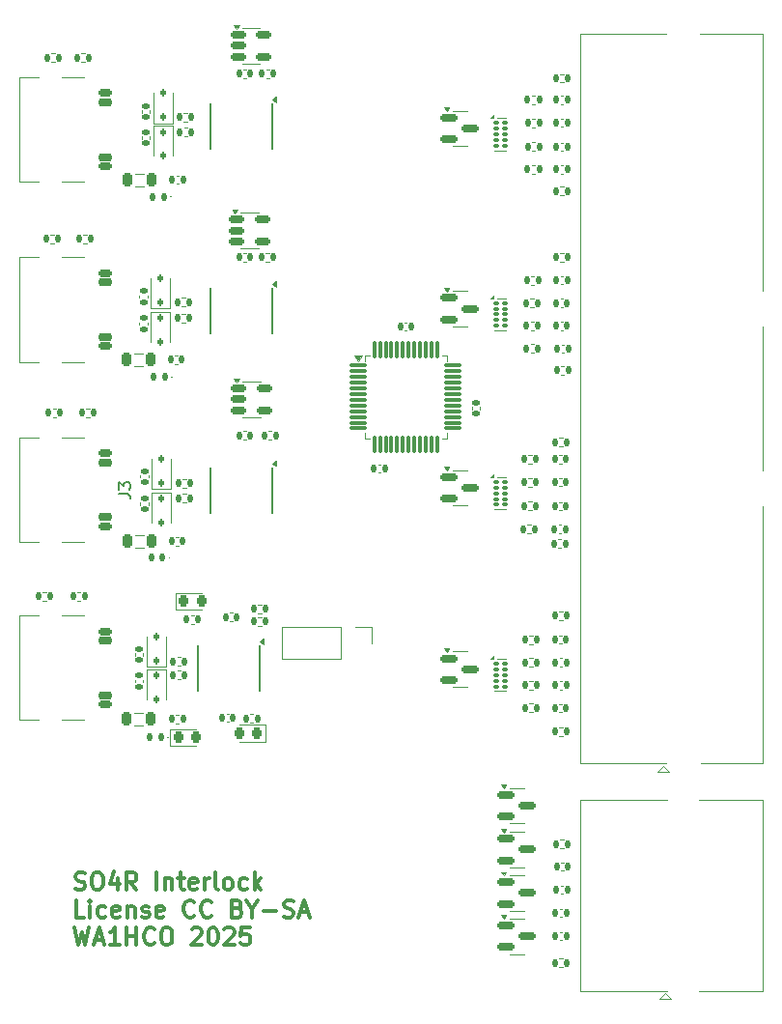
<source format=gbr>
%TF.GenerationSoftware,KiCad,Pcbnew,9.0.3-9.0.3-0~ubuntu24.04.1*%
%TF.CreationDate,2025-07-11T09:40:36-04:00*%
%TF.ProjectId,SO4R_Interlock,534f3452-5f49-46e7-9465-726c6f636b2e,rev?*%
%TF.SameCoordinates,Original*%
%TF.FileFunction,Legend,Top*%
%TF.FilePolarity,Positive*%
%FSLAX46Y46*%
G04 Gerber Fmt 4.6, Leading zero omitted, Abs format (unit mm)*
G04 Created by KiCad (PCBNEW 9.0.3-9.0.3-0~ubuntu24.04.1) date 2025-07-11 09:40:36*
%MOMM*%
%LPD*%
G01*
G04 APERTURE LIST*
G04 Aperture macros list*
%AMRoundRect*
0 Rectangle with rounded corners*
0 $1 Rounding radius*
0 $2 $3 $4 $5 $6 $7 $8 $9 X,Y pos of 4 corners*
0 Add a 4 corners polygon primitive as box body*
4,1,4,$2,$3,$4,$5,$6,$7,$8,$9,$2,$3,0*
0 Add four circle primitives for the rounded corners*
1,1,$1+$1,$2,$3*
1,1,$1+$1,$4,$5*
1,1,$1+$1,$6,$7*
1,1,$1+$1,$8,$9*
0 Add four rect primitives between the rounded corners*
20,1,$1+$1,$2,$3,$4,$5,0*
20,1,$1+$1,$4,$5,$6,$7,0*
20,1,$1+$1,$6,$7,$8,$9,0*
20,1,$1+$1,$8,$9,$2,$3,0*%
G04 Aperture macros list end*
%ADD10C,0.300000*%
%ADD11C,0.150000*%
%ADD12C,0.120000*%
%ADD13C,0.100000*%
%ADD14RoundRect,0.140000X-0.140000X-0.170000X0.140000X-0.170000X0.140000X0.170000X-0.140000X0.170000X0*%
%ADD15RoundRect,0.135000X0.135000X0.185000X-0.135000X0.185000X-0.135000X-0.185000X0.135000X-0.185000X0*%
%ADD16RoundRect,0.135000X-0.135000X-0.185000X0.135000X-0.185000X0.135000X0.185000X-0.135000X0.185000X0*%
%ADD17C,3.250000*%
%ADD18R,1.500000X1.500000*%
%ADD19C,1.500000*%
%ADD20C,2.570000*%
%ADD21RoundRect,0.140000X0.170000X-0.140000X0.170000X0.140000X-0.170000X0.140000X-0.170000X-0.140000X0*%
%ADD22RoundRect,0.147500X0.147500X0.172500X-0.147500X0.172500X-0.147500X-0.172500X0.147500X-0.172500X0*%
%ADD23RoundRect,0.218750X-0.218750X-0.256250X0.218750X-0.256250X0.218750X0.256250X-0.218750X0.256250X0*%
%ADD24RoundRect,0.140000X0.140000X0.170000X-0.140000X0.170000X-0.140000X-0.170000X0.140000X-0.170000X0*%
%ADD25RoundRect,0.150000X-0.512500X-0.150000X0.512500X-0.150000X0.512500X0.150000X-0.512500X0.150000X0*%
%ADD26R,1.700000X1.700000*%
%ADD27C,1.700000*%
%ADD28RoundRect,0.218750X-0.218750X-0.381250X0.218750X-0.381250X0.218750X0.381250X-0.218750X0.381250X0*%
%ADD29C,0.650000*%
%ADD30RoundRect,0.150000X-0.422500X0.150000X-0.422500X-0.150000X0.422500X-0.150000X0.422500X0.150000X0*%
%ADD31RoundRect,0.150000X-0.470000X0.150000X-0.470000X-0.150000X0.470000X-0.150000X0.470000X0.150000X0*%
%ADD32R,1.240000X0.300000*%
%ADD33O,2.100000X1.000000*%
%ADD34O,1.800000X1.000000*%
%ADD35RoundRect,0.075000X-0.200000X0.075000X-0.200000X-0.075000X0.200000X-0.075000X0.200000X0.075000X0*%
%ADD36RoundRect,0.112500X-0.112500X0.187500X-0.112500X-0.187500X0.112500X-0.187500X0.112500X0.187500X0*%
%ADD37RoundRect,0.140000X-0.170000X0.140000X-0.170000X-0.140000X0.170000X-0.140000X0.170000X0.140000X0*%
%ADD38RoundRect,0.150000X-0.587500X-0.150000X0.587500X-0.150000X0.587500X0.150000X-0.587500X0.150000X0*%
%ADD39RoundRect,0.112500X0.112500X-0.187500X0.112500X0.187500X-0.112500X0.187500X-0.112500X-0.187500X0*%
%ADD40RoundRect,0.075000X-0.662500X-0.075000X0.662500X-0.075000X0.662500X0.075000X-0.662500X0.075000X0*%
%ADD41RoundRect,0.075000X-0.075000X-0.662500X0.075000X-0.662500X0.075000X0.662500X-0.075000X0.662500X0*%
%ADD42RoundRect,0.218750X0.218750X0.256250X-0.218750X0.256250X-0.218750X-0.256250X0.218750X-0.256250X0*%
%ADD43R,0.400000X1.200000*%
%ADD44C,2.300000*%
G04 APERTURE END LIST*
D10*
X108533082Y-131449568D02*
X108747368Y-131520996D01*
X108747368Y-131520996D02*
X109104510Y-131520996D01*
X109104510Y-131520996D02*
X109247368Y-131449568D01*
X109247368Y-131449568D02*
X109318796Y-131378139D01*
X109318796Y-131378139D02*
X109390225Y-131235282D01*
X109390225Y-131235282D02*
X109390225Y-131092425D01*
X109390225Y-131092425D02*
X109318796Y-130949568D01*
X109318796Y-130949568D02*
X109247368Y-130878139D01*
X109247368Y-130878139D02*
X109104510Y-130806710D01*
X109104510Y-130806710D02*
X108818796Y-130735282D01*
X108818796Y-130735282D02*
X108675939Y-130663853D01*
X108675939Y-130663853D02*
X108604510Y-130592425D01*
X108604510Y-130592425D02*
X108533082Y-130449568D01*
X108533082Y-130449568D02*
X108533082Y-130306710D01*
X108533082Y-130306710D02*
X108604510Y-130163853D01*
X108604510Y-130163853D02*
X108675939Y-130092425D01*
X108675939Y-130092425D02*
X108818796Y-130020996D01*
X108818796Y-130020996D02*
X109175939Y-130020996D01*
X109175939Y-130020996D02*
X109390225Y-130092425D01*
X110318796Y-130020996D02*
X110604510Y-130020996D01*
X110604510Y-130020996D02*
X110747367Y-130092425D01*
X110747367Y-130092425D02*
X110890224Y-130235282D01*
X110890224Y-130235282D02*
X110961653Y-130520996D01*
X110961653Y-130520996D02*
X110961653Y-131020996D01*
X110961653Y-131020996D02*
X110890224Y-131306710D01*
X110890224Y-131306710D02*
X110747367Y-131449568D01*
X110747367Y-131449568D02*
X110604510Y-131520996D01*
X110604510Y-131520996D02*
X110318796Y-131520996D01*
X110318796Y-131520996D02*
X110175939Y-131449568D01*
X110175939Y-131449568D02*
X110033081Y-131306710D01*
X110033081Y-131306710D02*
X109961653Y-131020996D01*
X109961653Y-131020996D02*
X109961653Y-130520996D01*
X109961653Y-130520996D02*
X110033081Y-130235282D01*
X110033081Y-130235282D02*
X110175939Y-130092425D01*
X110175939Y-130092425D02*
X110318796Y-130020996D01*
X112247368Y-130520996D02*
X112247368Y-131520996D01*
X111890225Y-129949568D02*
X111533082Y-131020996D01*
X111533082Y-131020996D02*
X112461653Y-131020996D01*
X113890224Y-131520996D02*
X113390224Y-130806710D01*
X113033081Y-131520996D02*
X113033081Y-130020996D01*
X113033081Y-130020996D02*
X113604510Y-130020996D01*
X113604510Y-130020996D02*
X113747367Y-130092425D01*
X113747367Y-130092425D02*
X113818796Y-130163853D01*
X113818796Y-130163853D02*
X113890224Y-130306710D01*
X113890224Y-130306710D02*
X113890224Y-130520996D01*
X113890224Y-130520996D02*
X113818796Y-130663853D01*
X113818796Y-130663853D02*
X113747367Y-130735282D01*
X113747367Y-130735282D02*
X113604510Y-130806710D01*
X113604510Y-130806710D02*
X113033081Y-130806710D01*
X115675938Y-131520996D02*
X115675938Y-130020996D01*
X116390224Y-130520996D02*
X116390224Y-131520996D01*
X116390224Y-130663853D02*
X116461653Y-130592425D01*
X116461653Y-130592425D02*
X116604510Y-130520996D01*
X116604510Y-130520996D02*
X116818796Y-130520996D01*
X116818796Y-130520996D02*
X116961653Y-130592425D01*
X116961653Y-130592425D02*
X117033082Y-130735282D01*
X117033082Y-130735282D02*
X117033082Y-131520996D01*
X117533082Y-130520996D02*
X118104510Y-130520996D01*
X117747367Y-130020996D02*
X117747367Y-131306710D01*
X117747367Y-131306710D02*
X117818796Y-131449568D01*
X117818796Y-131449568D02*
X117961653Y-131520996D01*
X117961653Y-131520996D02*
X118104510Y-131520996D01*
X119175939Y-131449568D02*
X119033082Y-131520996D01*
X119033082Y-131520996D02*
X118747368Y-131520996D01*
X118747368Y-131520996D02*
X118604510Y-131449568D01*
X118604510Y-131449568D02*
X118533082Y-131306710D01*
X118533082Y-131306710D02*
X118533082Y-130735282D01*
X118533082Y-130735282D02*
X118604510Y-130592425D01*
X118604510Y-130592425D02*
X118747368Y-130520996D01*
X118747368Y-130520996D02*
X119033082Y-130520996D01*
X119033082Y-130520996D02*
X119175939Y-130592425D01*
X119175939Y-130592425D02*
X119247368Y-130735282D01*
X119247368Y-130735282D02*
X119247368Y-130878139D01*
X119247368Y-130878139D02*
X118533082Y-131020996D01*
X119890224Y-131520996D02*
X119890224Y-130520996D01*
X119890224Y-130806710D02*
X119961653Y-130663853D01*
X119961653Y-130663853D02*
X120033082Y-130592425D01*
X120033082Y-130592425D02*
X120175939Y-130520996D01*
X120175939Y-130520996D02*
X120318796Y-130520996D01*
X121033081Y-131520996D02*
X120890224Y-131449568D01*
X120890224Y-131449568D02*
X120818795Y-131306710D01*
X120818795Y-131306710D02*
X120818795Y-130020996D01*
X121818795Y-131520996D02*
X121675938Y-131449568D01*
X121675938Y-131449568D02*
X121604509Y-131378139D01*
X121604509Y-131378139D02*
X121533081Y-131235282D01*
X121533081Y-131235282D02*
X121533081Y-130806710D01*
X121533081Y-130806710D02*
X121604509Y-130663853D01*
X121604509Y-130663853D02*
X121675938Y-130592425D01*
X121675938Y-130592425D02*
X121818795Y-130520996D01*
X121818795Y-130520996D02*
X122033081Y-130520996D01*
X122033081Y-130520996D02*
X122175938Y-130592425D01*
X122175938Y-130592425D02*
X122247367Y-130663853D01*
X122247367Y-130663853D02*
X122318795Y-130806710D01*
X122318795Y-130806710D02*
X122318795Y-131235282D01*
X122318795Y-131235282D02*
X122247367Y-131378139D01*
X122247367Y-131378139D02*
X122175938Y-131449568D01*
X122175938Y-131449568D02*
X122033081Y-131520996D01*
X122033081Y-131520996D02*
X121818795Y-131520996D01*
X123604510Y-131449568D02*
X123461652Y-131520996D01*
X123461652Y-131520996D02*
X123175938Y-131520996D01*
X123175938Y-131520996D02*
X123033081Y-131449568D01*
X123033081Y-131449568D02*
X122961652Y-131378139D01*
X122961652Y-131378139D02*
X122890224Y-131235282D01*
X122890224Y-131235282D02*
X122890224Y-130806710D01*
X122890224Y-130806710D02*
X122961652Y-130663853D01*
X122961652Y-130663853D02*
X123033081Y-130592425D01*
X123033081Y-130592425D02*
X123175938Y-130520996D01*
X123175938Y-130520996D02*
X123461652Y-130520996D01*
X123461652Y-130520996D02*
X123604510Y-130592425D01*
X124247366Y-131520996D02*
X124247366Y-130020996D01*
X124390224Y-130949568D02*
X124818795Y-131520996D01*
X124818795Y-130520996D02*
X124247366Y-131092425D01*
X109318796Y-133935912D02*
X108604510Y-133935912D01*
X108604510Y-133935912D02*
X108604510Y-132435912D01*
X109818796Y-133935912D02*
X109818796Y-132935912D01*
X109818796Y-132435912D02*
X109747368Y-132507341D01*
X109747368Y-132507341D02*
X109818796Y-132578769D01*
X109818796Y-132578769D02*
X109890225Y-132507341D01*
X109890225Y-132507341D02*
X109818796Y-132435912D01*
X109818796Y-132435912D02*
X109818796Y-132578769D01*
X111175940Y-133864484D02*
X111033082Y-133935912D01*
X111033082Y-133935912D02*
X110747368Y-133935912D01*
X110747368Y-133935912D02*
X110604511Y-133864484D01*
X110604511Y-133864484D02*
X110533082Y-133793055D01*
X110533082Y-133793055D02*
X110461654Y-133650198D01*
X110461654Y-133650198D02*
X110461654Y-133221626D01*
X110461654Y-133221626D02*
X110533082Y-133078769D01*
X110533082Y-133078769D02*
X110604511Y-133007341D01*
X110604511Y-133007341D02*
X110747368Y-132935912D01*
X110747368Y-132935912D02*
X111033082Y-132935912D01*
X111033082Y-132935912D02*
X111175940Y-133007341D01*
X112390225Y-133864484D02*
X112247368Y-133935912D01*
X112247368Y-133935912D02*
X111961654Y-133935912D01*
X111961654Y-133935912D02*
X111818796Y-133864484D01*
X111818796Y-133864484D02*
X111747368Y-133721626D01*
X111747368Y-133721626D02*
X111747368Y-133150198D01*
X111747368Y-133150198D02*
X111818796Y-133007341D01*
X111818796Y-133007341D02*
X111961654Y-132935912D01*
X111961654Y-132935912D02*
X112247368Y-132935912D01*
X112247368Y-132935912D02*
X112390225Y-133007341D01*
X112390225Y-133007341D02*
X112461654Y-133150198D01*
X112461654Y-133150198D02*
X112461654Y-133293055D01*
X112461654Y-133293055D02*
X111747368Y-133435912D01*
X113104510Y-132935912D02*
X113104510Y-133935912D01*
X113104510Y-133078769D02*
X113175939Y-133007341D01*
X113175939Y-133007341D02*
X113318796Y-132935912D01*
X113318796Y-132935912D02*
X113533082Y-132935912D01*
X113533082Y-132935912D02*
X113675939Y-133007341D01*
X113675939Y-133007341D02*
X113747368Y-133150198D01*
X113747368Y-133150198D02*
X113747368Y-133935912D01*
X114390225Y-133864484D02*
X114533082Y-133935912D01*
X114533082Y-133935912D02*
X114818796Y-133935912D01*
X114818796Y-133935912D02*
X114961653Y-133864484D01*
X114961653Y-133864484D02*
X115033082Y-133721626D01*
X115033082Y-133721626D02*
X115033082Y-133650198D01*
X115033082Y-133650198D02*
X114961653Y-133507341D01*
X114961653Y-133507341D02*
X114818796Y-133435912D01*
X114818796Y-133435912D02*
X114604511Y-133435912D01*
X114604511Y-133435912D02*
X114461653Y-133364484D01*
X114461653Y-133364484D02*
X114390225Y-133221626D01*
X114390225Y-133221626D02*
X114390225Y-133150198D01*
X114390225Y-133150198D02*
X114461653Y-133007341D01*
X114461653Y-133007341D02*
X114604511Y-132935912D01*
X114604511Y-132935912D02*
X114818796Y-132935912D01*
X114818796Y-132935912D02*
X114961653Y-133007341D01*
X116247368Y-133864484D02*
X116104511Y-133935912D01*
X116104511Y-133935912D02*
X115818797Y-133935912D01*
X115818797Y-133935912D02*
X115675939Y-133864484D01*
X115675939Y-133864484D02*
X115604511Y-133721626D01*
X115604511Y-133721626D02*
X115604511Y-133150198D01*
X115604511Y-133150198D02*
X115675939Y-133007341D01*
X115675939Y-133007341D02*
X115818797Y-132935912D01*
X115818797Y-132935912D02*
X116104511Y-132935912D01*
X116104511Y-132935912D02*
X116247368Y-133007341D01*
X116247368Y-133007341D02*
X116318797Y-133150198D01*
X116318797Y-133150198D02*
X116318797Y-133293055D01*
X116318797Y-133293055D02*
X115604511Y-133435912D01*
X118961653Y-133793055D02*
X118890225Y-133864484D01*
X118890225Y-133864484D02*
X118675939Y-133935912D01*
X118675939Y-133935912D02*
X118533082Y-133935912D01*
X118533082Y-133935912D02*
X118318796Y-133864484D01*
X118318796Y-133864484D02*
X118175939Y-133721626D01*
X118175939Y-133721626D02*
X118104510Y-133578769D01*
X118104510Y-133578769D02*
X118033082Y-133293055D01*
X118033082Y-133293055D02*
X118033082Y-133078769D01*
X118033082Y-133078769D02*
X118104510Y-132793055D01*
X118104510Y-132793055D02*
X118175939Y-132650198D01*
X118175939Y-132650198D02*
X118318796Y-132507341D01*
X118318796Y-132507341D02*
X118533082Y-132435912D01*
X118533082Y-132435912D02*
X118675939Y-132435912D01*
X118675939Y-132435912D02*
X118890225Y-132507341D01*
X118890225Y-132507341D02*
X118961653Y-132578769D01*
X120461653Y-133793055D02*
X120390225Y-133864484D01*
X120390225Y-133864484D02*
X120175939Y-133935912D01*
X120175939Y-133935912D02*
X120033082Y-133935912D01*
X120033082Y-133935912D02*
X119818796Y-133864484D01*
X119818796Y-133864484D02*
X119675939Y-133721626D01*
X119675939Y-133721626D02*
X119604510Y-133578769D01*
X119604510Y-133578769D02*
X119533082Y-133293055D01*
X119533082Y-133293055D02*
X119533082Y-133078769D01*
X119533082Y-133078769D02*
X119604510Y-132793055D01*
X119604510Y-132793055D02*
X119675939Y-132650198D01*
X119675939Y-132650198D02*
X119818796Y-132507341D01*
X119818796Y-132507341D02*
X120033082Y-132435912D01*
X120033082Y-132435912D02*
X120175939Y-132435912D01*
X120175939Y-132435912D02*
X120390225Y-132507341D01*
X120390225Y-132507341D02*
X120461653Y-132578769D01*
X122747367Y-133150198D02*
X122961653Y-133221626D01*
X122961653Y-133221626D02*
X123033082Y-133293055D01*
X123033082Y-133293055D02*
X123104510Y-133435912D01*
X123104510Y-133435912D02*
X123104510Y-133650198D01*
X123104510Y-133650198D02*
X123033082Y-133793055D01*
X123033082Y-133793055D02*
X122961653Y-133864484D01*
X122961653Y-133864484D02*
X122818796Y-133935912D01*
X122818796Y-133935912D02*
X122247367Y-133935912D01*
X122247367Y-133935912D02*
X122247367Y-132435912D01*
X122247367Y-132435912D02*
X122747367Y-132435912D01*
X122747367Y-132435912D02*
X122890225Y-132507341D01*
X122890225Y-132507341D02*
X122961653Y-132578769D01*
X122961653Y-132578769D02*
X123033082Y-132721626D01*
X123033082Y-132721626D02*
X123033082Y-132864484D01*
X123033082Y-132864484D02*
X122961653Y-133007341D01*
X122961653Y-133007341D02*
X122890225Y-133078769D01*
X122890225Y-133078769D02*
X122747367Y-133150198D01*
X122747367Y-133150198D02*
X122247367Y-133150198D01*
X124033082Y-133221626D02*
X124033082Y-133935912D01*
X123533082Y-132435912D02*
X124033082Y-133221626D01*
X124033082Y-133221626D02*
X124533082Y-132435912D01*
X125033081Y-133364484D02*
X126175939Y-133364484D01*
X126818796Y-133864484D02*
X127033082Y-133935912D01*
X127033082Y-133935912D02*
X127390224Y-133935912D01*
X127390224Y-133935912D02*
X127533082Y-133864484D01*
X127533082Y-133864484D02*
X127604510Y-133793055D01*
X127604510Y-133793055D02*
X127675939Y-133650198D01*
X127675939Y-133650198D02*
X127675939Y-133507341D01*
X127675939Y-133507341D02*
X127604510Y-133364484D01*
X127604510Y-133364484D02*
X127533082Y-133293055D01*
X127533082Y-133293055D02*
X127390224Y-133221626D01*
X127390224Y-133221626D02*
X127104510Y-133150198D01*
X127104510Y-133150198D02*
X126961653Y-133078769D01*
X126961653Y-133078769D02*
X126890224Y-133007341D01*
X126890224Y-133007341D02*
X126818796Y-132864484D01*
X126818796Y-132864484D02*
X126818796Y-132721626D01*
X126818796Y-132721626D02*
X126890224Y-132578769D01*
X126890224Y-132578769D02*
X126961653Y-132507341D01*
X126961653Y-132507341D02*
X127104510Y-132435912D01*
X127104510Y-132435912D02*
X127461653Y-132435912D01*
X127461653Y-132435912D02*
X127675939Y-132507341D01*
X128247367Y-133507341D02*
X128961653Y-133507341D01*
X128104510Y-133935912D02*
X128604510Y-132435912D01*
X128604510Y-132435912D02*
X129104510Y-133935912D01*
X108461653Y-134850828D02*
X108818796Y-136350828D01*
X108818796Y-136350828D02*
X109104510Y-135279400D01*
X109104510Y-135279400D02*
X109390225Y-136350828D01*
X109390225Y-136350828D02*
X109747368Y-134850828D01*
X110247368Y-135922257D02*
X110961654Y-135922257D01*
X110104511Y-136350828D02*
X110604511Y-134850828D01*
X110604511Y-134850828D02*
X111104511Y-136350828D01*
X112390225Y-136350828D02*
X111533082Y-136350828D01*
X111961653Y-136350828D02*
X111961653Y-134850828D01*
X111961653Y-134850828D02*
X111818796Y-135065114D01*
X111818796Y-135065114D02*
X111675939Y-135207971D01*
X111675939Y-135207971D02*
X111533082Y-135279400D01*
X113033081Y-136350828D02*
X113033081Y-134850828D01*
X113033081Y-135565114D02*
X113890224Y-135565114D01*
X113890224Y-136350828D02*
X113890224Y-134850828D01*
X115461653Y-136207971D02*
X115390225Y-136279400D01*
X115390225Y-136279400D02*
X115175939Y-136350828D01*
X115175939Y-136350828D02*
X115033082Y-136350828D01*
X115033082Y-136350828D02*
X114818796Y-136279400D01*
X114818796Y-136279400D02*
X114675939Y-136136542D01*
X114675939Y-136136542D02*
X114604510Y-135993685D01*
X114604510Y-135993685D02*
X114533082Y-135707971D01*
X114533082Y-135707971D02*
X114533082Y-135493685D01*
X114533082Y-135493685D02*
X114604510Y-135207971D01*
X114604510Y-135207971D02*
X114675939Y-135065114D01*
X114675939Y-135065114D02*
X114818796Y-134922257D01*
X114818796Y-134922257D02*
X115033082Y-134850828D01*
X115033082Y-134850828D02*
X115175939Y-134850828D01*
X115175939Y-134850828D02*
X115390225Y-134922257D01*
X115390225Y-134922257D02*
X115461653Y-134993685D01*
X116390225Y-134850828D02*
X116675939Y-134850828D01*
X116675939Y-134850828D02*
X116818796Y-134922257D01*
X116818796Y-134922257D02*
X116961653Y-135065114D01*
X116961653Y-135065114D02*
X117033082Y-135350828D01*
X117033082Y-135350828D02*
X117033082Y-135850828D01*
X117033082Y-135850828D02*
X116961653Y-136136542D01*
X116961653Y-136136542D02*
X116818796Y-136279400D01*
X116818796Y-136279400D02*
X116675939Y-136350828D01*
X116675939Y-136350828D02*
X116390225Y-136350828D01*
X116390225Y-136350828D02*
X116247368Y-136279400D01*
X116247368Y-136279400D02*
X116104510Y-136136542D01*
X116104510Y-136136542D02*
X116033082Y-135850828D01*
X116033082Y-135850828D02*
X116033082Y-135350828D01*
X116033082Y-135350828D02*
X116104510Y-135065114D01*
X116104510Y-135065114D02*
X116247368Y-134922257D01*
X116247368Y-134922257D02*
X116390225Y-134850828D01*
X118747368Y-134993685D02*
X118818796Y-134922257D01*
X118818796Y-134922257D02*
X118961654Y-134850828D01*
X118961654Y-134850828D02*
X119318796Y-134850828D01*
X119318796Y-134850828D02*
X119461654Y-134922257D01*
X119461654Y-134922257D02*
X119533082Y-134993685D01*
X119533082Y-134993685D02*
X119604511Y-135136542D01*
X119604511Y-135136542D02*
X119604511Y-135279400D01*
X119604511Y-135279400D02*
X119533082Y-135493685D01*
X119533082Y-135493685D02*
X118675939Y-136350828D01*
X118675939Y-136350828D02*
X119604511Y-136350828D01*
X120533082Y-134850828D02*
X120675939Y-134850828D01*
X120675939Y-134850828D02*
X120818796Y-134922257D01*
X120818796Y-134922257D02*
X120890225Y-134993685D01*
X120890225Y-134993685D02*
X120961653Y-135136542D01*
X120961653Y-135136542D02*
X121033082Y-135422257D01*
X121033082Y-135422257D02*
X121033082Y-135779400D01*
X121033082Y-135779400D02*
X120961653Y-136065114D01*
X120961653Y-136065114D02*
X120890225Y-136207971D01*
X120890225Y-136207971D02*
X120818796Y-136279400D01*
X120818796Y-136279400D02*
X120675939Y-136350828D01*
X120675939Y-136350828D02*
X120533082Y-136350828D01*
X120533082Y-136350828D02*
X120390225Y-136279400D01*
X120390225Y-136279400D02*
X120318796Y-136207971D01*
X120318796Y-136207971D02*
X120247367Y-136065114D01*
X120247367Y-136065114D02*
X120175939Y-135779400D01*
X120175939Y-135779400D02*
X120175939Y-135422257D01*
X120175939Y-135422257D02*
X120247367Y-135136542D01*
X120247367Y-135136542D02*
X120318796Y-134993685D01*
X120318796Y-134993685D02*
X120390225Y-134922257D01*
X120390225Y-134922257D02*
X120533082Y-134850828D01*
X121604510Y-134993685D02*
X121675938Y-134922257D01*
X121675938Y-134922257D02*
X121818796Y-134850828D01*
X121818796Y-134850828D02*
X122175938Y-134850828D01*
X122175938Y-134850828D02*
X122318796Y-134922257D01*
X122318796Y-134922257D02*
X122390224Y-134993685D01*
X122390224Y-134993685D02*
X122461653Y-135136542D01*
X122461653Y-135136542D02*
X122461653Y-135279400D01*
X122461653Y-135279400D02*
X122390224Y-135493685D01*
X122390224Y-135493685D02*
X121533081Y-136350828D01*
X121533081Y-136350828D02*
X122461653Y-136350828D01*
X123818795Y-134850828D02*
X123104509Y-134850828D01*
X123104509Y-134850828D02*
X123033081Y-135565114D01*
X123033081Y-135565114D02*
X123104509Y-135493685D01*
X123104509Y-135493685D02*
X123247367Y-135422257D01*
X123247367Y-135422257D02*
X123604509Y-135422257D01*
X123604509Y-135422257D02*
X123747367Y-135493685D01*
X123747367Y-135493685D02*
X123818795Y-135565114D01*
X123818795Y-135565114D02*
X123890224Y-135707971D01*
X123890224Y-135707971D02*
X123890224Y-136065114D01*
X123890224Y-136065114D02*
X123818795Y-136207971D01*
X123818795Y-136207971D02*
X123747367Y-136279400D01*
X123747367Y-136279400D02*
X123604509Y-136350828D01*
X123604509Y-136350828D02*
X123247367Y-136350828D01*
X123247367Y-136350828D02*
X123104509Y-136279400D01*
X123104509Y-136279400D02*
X123033081Y-136207971D01*
D11*
X112354819Y-96813333D02*
X113069104Y-96813333D01*
X113069104Y-96813333D02*
X113211961Y-96860952D01*
X113211961Y-96860952D02*
X113307200Y-96956190D01*
X113307200Y-96956190D02*
X113354819Y-97099047D01*
X113354819Y-97099047D02*
X113354819Y-97194285D01*
X112354819Y-96432380D02*
X112354819Y-95813333D01*
X112354819Y-95813333D02*
X112735771Y-96146666D01*
X112735771Y-96146666D02*
X112735771Y-96003809D01*
X112735771Y-96003809D02*
X112783390Y-95908571D01*
X112783390Y-95908571D02*
X112831009Y-95860952D01*
X112831009Y-95860952D02*
X112926247Y-95813333D01*
X112926247Y-95813333D02*
X113164342Y-95813333D01*
X113164342Y-95813333D02*
X113259580Y-95860952D01*
X113259580Y-95860952D02*
X113307200Y-95908571D01*
X113307200Y-95908571D02*
X113354819Y-96003809D01*
X113354819Y-96003809D02*
X113354819Y-96289523D01*
X113354819Y-96289523D02*
X113307200Y-96384761D01*
X113307200Y-96384761D02*
X113259580Y-96432380D01*
D12*
%TO.C,C12*%
X117367164Y-100630000D02*
X117582836Y-100630000D01*
X117367164Y-101350000D02*
X117582836Y-101350000D01*
%TO.C,C19*%
X151092164Y-131140000D02*
X151307836Y-131140000D01*
X151092164Y-131860000D02*
X151307836Y-131860000D01*
%TO.C,R12*%
X118153641Y-81020000D02*
X117846359Y-81020000D01*
X118153641Y-81780000D02*
X117846359Y-81780000D01*
%TO.C,R33*%
X148456359Y-81720000D02*
X148763641Y-81720000D01*
X148456359Y-82480000D02*
X148763641Y-82480000D01*
%TO.C,J7*%
X152830000Y-56475000D02*
X160300000Y-56475000D01*
X152830000Y-120455000D02*
X152830000Y-56475000D01*
X152830000Y-120455000D02*
X160300000Y-120455000D01*
X159590000Y-121150000D02*
X160090000Y-120650000D01*
X160090000Y-120650000D02*
X160590000Y-121150000D01*
X160590000Y-121150000D02*
X159590000Y-121150000D01*
X168800000Y-56475000D02*
X163340000Y-56475000D01*
X168800000Y-79060000D02*
X168800000Y-56475000D01*
X168800000Y-82120000D02*
X168800000Y-94810000D01*
X168800000Y-120455000D02*
X163360000Y-120455000D01*
X168800000Y-120455000D02*
X168800000Y-97870000D01*
%TO.C,C37*%
X151172164Y-83740000D02*
X151387836Y-83740000D01*
X151172164Y-84460000D02*
X151387836Y-84460000D01*
%TO.C,C7*%
X114240000Y-95407836D02*
X114240000Y-95192164D01*
X114960000Y-95407836D02*
X114960000Y-95192164D01*
%TO.C,R43*%
X151353641Y-69920000D02*
X151046359Y-69920000D01*
X151353641Y-70680000D02*
X151046359Y-70680000D01*
D13*
%TO.C,D7*%
X116702500Y-118162500D02*
G75*
G02*
X116602500Y-118162500I-50000J0D01*
G01*
X116602500Y-118162500D02*
G75*
G02*
X116702500Y-118162500I50000J0D01*
G01*
D12*
%TO.C,R20*%
X123831359Y-116120000D02*
X124138641Y-116120000D01*
X123831359Y-116880000D02*
X124138641Y-116880000D01*
%TO.C,C10*%
X117392164Y-68940000D02*
X117607836Y-68940000D01*
X117392164Y-69660000D02*
X117607836Y-69660000D01*
%TO.C,R21*%
X118953641Y-107440000D02*
X118646359Y-107440000D01*
X118953641Y-108200000D02*
X118646359Y-108200000D01*
%TO.C,R9*%
X117616141Y-116182500D02*
X117308859Y-116182500D01*
X117616141Y-116942500D02*
X117308859Y-116942500D01*
%TO.C,D15*%
X117315000Y-105485000D02*
X117315000Y-106955000D01*
X117315000Y-106955000D02*
X119600000Y-106955000D01*
X119600000Y-105485000D02*
X117315000Y-105485000D01*
%TO.C,D13*%
X116865000Y-117427500D02*
X116865000Y-118897500D01*
X116865000Y-118897500D02*
X119150000Y-118897500D01*
X119150000Y-117427500D02*
X116865000Y-117427500D01*
%TO.C,R10*%
X118363641Y-64720000D02*
X118056359Y-64720000D01*
X118363641Y-65480000D02*
X118056359Y-65480000D01*
%TO.C,C36*%
X151092164Y-68040000D02*
X151307836Y-68040000D01*
X151092164Y-68760000D02*
X151307836Y-68760000D01*
%TO.C,C16*%
X122307836Y-107260000D02*
X122092164Y-107260000D01*
X122307836Y-107980000D02*
X122092164Y-107980000D01*
%TO.C,U6*%
X123837500Y-72190000D02*
X123037500Y-72190000D01*
X123837500Y-72190000D02*
X124637500Y-72190000D01*
X123837500Y-75310000D02*
X123037500Y-75310000D01*
X123837500Y-75310000D02*
X124637500Y-75310000D01*
X122537500Y-72240000D02*
X122297500Y-71910000D01*
X122777500Y-71910000D01*
X122537500Y-72240000D01*
G36*
X122537500Y-72240000D02*
G01*
X122297500Y-71910000D01*
X122777500Y-71910000D01*
X122537500Y-72240000D01*
G37*
%TO.C,J5*%
X126650000Y-108510000D02*
X126650000Y-111270000D01*
X131840000Y-108510000D02*
X126650000Y-108510000D01*
X131840000Y-108510000D02*
X131840000Y-111270000D01*
X131840000Y-111270000D02*
X126650000Y-111270000D01*
X133110000Y-108510000D02*
X134490000Y-108510000D01*
X134490000Y-108510000D02*
X134490000Y-109890000D01*
%TO.C,FB4*%
X113762878Y-68740000D02*
X114562122Y-68740000D01*
X113762878Y-69860000D02*
X114562122Y-69860000D01*
D13*
%TO.C,D5*%
X117040000Y-86600000D02*
G75*
G02*
X116940000Y-86600000I-50000J0D01*
G01*
X116940000Y-86600000D02*
G75*
G02*
X117040000Y-86600000I50000J0D01*
G01*
D12*
%TO.C,R29*%
X148556359Y-66020000D02*
X148863641Y-66020000D01*
X148556359Y-66780000D02*
X148863641Y-66780000D01*
%TO.C,R27*%
X148546359Y-61920000D02*
X148853641Y-61920000D01*
X148546359Y-62680000D02*
X148853641Y-62680000D01*
%TO.C,J4*%
X103615000Y-107500000D02*
X105320000Y-107500000D01*
X103615000Y-116660000D02*
X103615000Y-107500000D01*
X105320000Y-116660000D02*
X103615000Y-116660000D01*
X107330000Y-116660000D02*
X109250000Y-116660000D01*
X109250000Y-107500000D02*
X107330000Y-107500000D01*
%TO.C,U10*%
X146300000Y-79690000D02*
X145510000Y-79690000D01*
X146300000Y-82510000D02*
X145300000Y-82510000D01*
X145180000Y-79690000D02*
X144900000Y-79690000D01*
X145180000Y-79410000D01*
X145180000Y-79690000D01*
G36*
X145180000Y-79690000D02*
G01*
X144900000Y-79690000D01*
X145180000Y-79410000D01*
X145180000Y-79690000D01*
G37*
%TO.C,R13*%
X118153641Y-79620000D02*
X117846359Y-79620000D01*
X118153641Y-80380000D02*
X117846359Y-80380000D01*
%TO.C,C21*%
X151012164Y-133190000D02*
X151227836Y-133190000D01*
X151012164Y-133910000D02*
X151227836Y-133910000D01*
%TO.C,C15*%
X123507836Y-91340000D02*
X123292164Y-91340000D01*
X123507836Y-92060000D02*
X123292164Y-92060000D01*
%TO.C,R16*%
X117768641Y-112340000D02*
X117461359Y-112340000D01*
X117768641Y-113100000D02*
X117461359Y-113100000D01*
%TO.C,C26*%
X150972164Y-93440000D02*
X151187836Y-93440000D01*
X150972164Y-94160000D02*
X151187836Y-94160000D01*
%TO.C,R4*%
X106346359Y-74090000D02*
X106653641Y-74090000D01*
X106346359Y-74850000D02*
X106653641Y-74850000D01*
%TO.C,D11*%
X115250000Y-96680000D02*
X115250000Y-99340000D01*
X116950000Y-96680000D02*
X115250000Y-96680000D01*
X116950000Y-96680000D02*
X116950000Y-99340000D01*
%TO.C,C1*%
X114340000Y-65492164D02*
X114340000Y-65707836D01*
X115060000Y-65492164D02*
X115060000Y-65707836D01*
%TO.C,C32*%
X151092164Y-66040000D02*
X151307836Y-66040000D01*
X151092164Y-66760000D02*
X151307836Y-66760000D01*
%TO.C,R23*%
X125553641Y-75720000D02*
X125246359Y-75720000D01*
X125553641Y-76480000D02*
X125246359Y-76480000D01*
%TO.C,C22*%
X151012164Y-135240000D02*
X151227836Y-135240000D01*
X151012164Y-135960000D02*
X151227836Y-135960000D01*
%TO.C,R18*%
X124546359Y-106520000D02*
X124853641Y-106520000D01*
X124546359Y-107280000D02*
X124853641Y-107280000D01*
%TO.C,R49*%
X151253641Y-117270000D02*
X150946359Y-117270000D01*
X151253641Y-118030000D02*
X150946359Y-118030000D01*
%TO.C,C6*%
X114140000Y-79627836D02*
X114140000Y-79412164D01*
X114860000Y-79627836D02*
X114860000Y-79412164D01*
%TO.C,R39*%
X148356359Y-109220000D02*
X148663641Y-109220000D01*
X148356359Y-109980000D02*
X148663641Y-109980000D01*
%TO.C,C17*%
X143290000Y-89407836D02*
X143290000Y-89192164D01*
X144010000Y-89407836D02*
X144010000Y-89192164D01*
%TO.C,Q4*%
X147250000Y-134040000D02*
X146600000Y-134040000D01*
X147250000Y-134040000D02*
X147900000Y-134040000D01*
X147250000Y-137160000D02*
X146600000Y-137160000D01*
X147250000Y-137160000D02*
X147900000Y-137160000D01*
X146087500Y-134090000D02*
X145847500Y-133760000D01*
X146327500Y-133760000D01*
X146087500Y-134090000D01*
G36*
X146087500Y-134090000D02*
G01*
X145847500Y-133760000D01*
X146327500Y-133760000D01*
X146087500Y-134090000D01*
G37*
%TO.C,R24*%
X125753641Y-91320000D02*
X125446359Y-91320000D01*
X125753641Y-92080000D02*
X125446359Y-92080000D01*
%TO.C,FB1*%
X113662878Y-84500000D02*
X114462122Y-84500000D01*
X113662878Y-85620000D02*
X114462122Y-85620000D01*
%TO.C,R40*%
X148356359Y-111220000D02*
X148663641Y-111220000D01*
X148356359Y-111980000D02*
X148663641Y-111980000D01*
%TO.C,FB2*%
X113762878Y-100430000D02*
X114562122Y-100430000D01*
X113762878Y-101550000D02*
X114562122Y-101550000D01*
%TO.C,R1*%
X109056359Y-58220000D02*
X109363641Y-58220000D01*
X109056359Y-58980000D02*
X109363641Y-58980000D01*
D13*
%TO.C,D6*%
X116840000Y-102400000D02*
G75*
G02*
X116740000Y-102400000I-50000J0D01*
G01*
X116740000Y-102400000D02*
G75*
G02*
X116840000Y-102400000I50000J0D01*
G01*
D12*
%TO.C,Q8*%
X142250000Y-94740000D02*
X141600000Y-94740000D01*
X142250000Y-94740000D02*
X142900000Y-94740000D01*
X142250000Y-97860000D02*
X141600000Y-97860000D01*
X142250000Y-97860000D02*
X142900000Y-97860000D01*
X141087500Y-94790000D02*
X140847500Y-94460000D01*
X141327500Y-94460000D01*
X141087500Y-94790000D01*
G36*
X141087500Y-94790000D02*
G01*
X140847500Y-94460000D01*
X141327500Y-94460000D01*
X141087500Y-94790000D01*
G37*
%TO.C,D10*%
X115150000Y-80850000D02*
X115150000Y-83510000D01*
X116850000Y-80850000D02*
X115150000Y-80850000D01*
X116850000Y-80850000D02*
X116850000Y-83510000D01*
%TO.C,Q6*%
X142250000Y-63240000D02*
X141600000Y-63240000D01*
X142250000Y-63240000D02*
X142900000Y-63240000D01*
X142250000Y-66360000D02*
X141600000Y-66360000D01*
X142250000Y-66360000D02*
X142900000Y-66360000D01*
X141087500Y-63290000D02*
X140847500Y-62960000D01*
X141327500Y-62960000D01*
X141087500Y-63290000D01*
G36*
X141087500Y-63290000D02*
G01*
X140847500Y-62960000D01*
X141327500Y-62960000D01*
X141087500Y-63290000D01*
G37*
%TO.C,R26*%
X151343641Y-127120000D02*
X151036359Y-127120000D01*
X151343641Y-127880000D02*
X151036359Y-127880000D01*
%TO.C,J2*%
X103615000Y-76100000D02*
X105320000Y-76100000D01*
X103615000Y-85260000D02*
X103615000Y-76100000D01*
X105320000Y-85260000D02*
X103615000Y-85260000D01*
X107330000Y-85260000D02*
X109250000Y-85260000D01*
X109250000Y-76100000D02*
X107330000Y-76100000D01*
%TO.C,C23*%
X137607836Y-81790000D02*
X137392164Y-81790000D01*
X137607836Y-82510000D02*
X137392164Y-82510000D01*
%TO.C,C24*%
X151092164Y-61940000D02*
X151307836Y-61940000D01*
X151092164Y-62660000D02*
X151307836Y-62660000D01*
%TO.C,R2*%
X106421359Y-58220000D02*
X106728641Y-58220000D01*
X106421359Y-58980000D02*
X106728641Y-58980000D01*
%TO.C,C31*%
X150992164Y-111240000D02*
X151207836Y-111240000D01*
X150992164Y-111960000D02*
X151207836Y-111960000D01*
%TO.C,R41*%
X148346359Y-113220000D02*
X148653641Y-113220000D01*
X148346359Y-113980000D02*
X148653641Y-113980000D01*
%TO.C,C13*%
X123507836Y-59640000D02*
X123292164Y-59640000D01*
X123507836Y-60360000D02*
X123292164Y-60360000D01*
%TO.C,R38*%
X148156359Y-99520000D02*
X148463641Y-99520000D01*
X148156359Y-100280000D02*
X148463641Y-100280000D01*
%TO.C,R32*%
X148436359Y-79720000D02*
X148743641Y-79720000D01*
X148436359Y-80480000D02*
X148743641Y-80480000D01*
%TO.C,C27*%
X150972164Y-109240000D02*
X151187836Y-109240000D01*
X150972164Y-109960000D02*
X151187836Y-109960000D01*
%TO.C,C29*%
X151072164Y-79740000D02*
X151287836Y-79740000D01*
X151072164Y-80460000D02*
X151287836Y-80460000D01*
%TO.C,R35*%
X148256359Y-93420000D02*
X148563641Y-93420000D01*
X148256359Y-94180000D02*
X148563641Y-94180000D01*
%TO.C,C3*%
X114240000Y-97592164D02*
X114240000Y-97807836D01*
X114960000Y-97592164D02*
X114960000Y-97807836D01*
%TO.C,C11*%
X117267164Y-84700000D02*
X117482836Y-84700000D01*
X117267164Y-85420000D02*
X117482836Y-85420000D01*
%TO.C,R15*%
X118253641Y-95520000D02*
X117946359Y-95520000D01*
X118253641Y-96280000D02*
X117946359Y-96280000D01*
%TO.C,C25*%
X151092164Y-77740000D02*
X151307836Y-77740000D01*
X151092164Y-78460000D02*
X151307836Y-78460000D01*
%TO.C,D2*%
X115150000Y-80570000D02*
X115150000Y-77910000D01*
X115150000Y-80570000D02*
X116850000Y-80570000D01*
X116850000Y-80570000D02*
X116850000Y-77910000D01*
%TO.C,U7*%
X123962500Y-86990000D02*
X123162500Y-86990000D01*
X123962500Y-86990000D02*
X124762500Y-86990000D01*
X123962500Y-90110000D02*
X123162500Y-90110000D01*
X123962500Y-90110000D02*
X124762500Y-90110000D01*
X122662500Y-87040000D02*
X122422500Y-86710000D01*
X122902500Y-86710000D01*
X122662500Y-87040000D01*
G36*
X122662500Y-87040000D02*
G01*
X122422500Y-86710000D01*
X122902500Y-86710000D01*
X122662500Y-87040000D01*
G37*
%TO.C,R17*%
X117768641Y-111140000D02*
X117461359Y-111140000D01*
X117768641Y-111900000D02*
X117461359Y-111900000D01*
%TO.C,C39*%
X150972164Y-115240000D02*
X151187836Y-115240000D01*
X150972164Y-115960000D02*
X151187836Y-115960000D01*
%TO.C,R28*%
X148556359Y-63920000D02*
X148863641Y-63920000D01*
X148556359Y-64680000D02*
X148863641Y-64680000D01*
%TO.C,R6*%
X106546359Y-89320000D02*
X106853641Y-89320000D01*
X106546359Y-90080000D02*
X106853641Y-90080000D01*
%TO.C,C8*%
X113755000Y-111027836D02*
X113755000Y-110812164D01*
X114475000Y-111027836D02*
X114475000Y-110812164D01*
%TO.C,D1*%
X115350000Y-64360000D02*
X115350000Y-61700000D01*
X115350000Y-64360000D02*
X117050000Y-64360000D01*
X117050000Y-64360000D02*
X117050000Y-61700000D01*
%TO.C,U8*%
X133890000Y-84727500D02*
X133890000Y-85177500D01*
X133890000Y-91947500D02*
X133890000Y-91497500D01*
X134340000Y-84727500D02*
X133890000Y-84727500D01*
X134340000Y-91947500D02*
X133890000Y-91947500D01*
X140660000Y-84727500D02*
X141110000Y-84727500D01*
X140660000Y-91947500D02*
X141110000Y-91947500D01*
X141110000Y-84727500D02*
X141110000Y-85177500D01*
X141110000Y-91947500D02*
X141110000Y-91497500D01*
X133300000Y-85177500D02*
X132960000Y-84707500D01*
X133640000Y-84707500D01*
X133300000Y-85177500D01*
G36*
X133300000Y-85177500D02*
G01*
X132960000Y-84707500D01*
X133640000Y-84707500D01*
X133300000Y-85177500D01*
G37*
%TO.C,C5*%
X114340000Y-63407836D02*
X114340000Y-63192164D01*
X115060000Y-63407836D02*
X115060000Y-63192164D01*
%TO.C,C30*%
X150972164Y-95440000D02*
X151187836Y-95440000D01*
X150972164Y-96160000D02*
X151187836Y-96160000D01*
%TO.C,Q5*%
X142250000Y-110640000D02*
X141600000Y-110640000D01*
X142250000Y-110640000D02*
X142900000Y-110640000D01*
X142250000Y-113760000D02*
X141600000Y-113760000D01*
X142250000Y-113760000D02*
X142900000Y-113760000D01*
X141087500Y-110690000D02*
X140847500Y-110360000D01*
X141327500Y-110360000D01*
X141087500Y-110690000D01*
G36*
X141087500Y-110690000D02*
G01*
X140847500Y-110360000D01*
X141327500Y-110360000D01*
X141087500Y-110690000D01*
G37*
%TO.C,D14*%
X122887500Y-118535000D02*
X125172500Y-118535000D01*
X125172500Y-117065000D02*
X122887500Y-117065000D01*
X125172500Y-118535000D02*
X125172500Y-117065000D01*
%TO.C,R34*%
X148456359Y-83720000D02*
X148763641Y-83720000D01*
X148456359Y-84480000D02*
X148763641Y-84480000D01*
%TO.C,R30*%
X148546359Y-68020000D02*
X148853641Y-68020000D01*
X148546359Y-68780000D02*
X148853641Y-68780000D01*
D11*
%TO.C,U4*%
X119300000Y-110090000D02*
X119300000Y-114090000D01*
X124700000Y-110090000D02*
X124700000Y-114090000D01*
D12*
X125030000Y-109980000D02*
X124700000Y-109740000D01*
X125030000Y-109500000D01*
X125030000Y-109980000D01*
G36*
X125030000Y-109980000D02*
G01*
X124700000Y-109740000D01*
X125030000Y-109500000D01*
X125030000Y-109980000D01*
G37*
D13*
%TO.C,D8*%
X116940000Y-70800000D02*
G75*
G02*
X116840000Y-70800000I-50000J0D01*
G01*
X116840000Y-70800000D02*
G75*
G02*
X116940000Y-70800000I50000J0D01*
G01*
D11*
%TO.C,U1*%
X120400000Y-62600000D02*
X120400000Y-66600000D01*
X125800000Y-62600000D02*
X125800000Y-66600000D01*
D12*
X126130000Y-62490000D02*
X125800000Y-62250000D01*
X126130000Y-62010000D01*
X126130000Y-62490000D01*
G36*
X126130000Y-62490000D02*
G01*
X125800000Y-62250000D01*
X126130000Y-62010000D01*
X126130000Y-62490000D01*
G37*
%TO.C,R36*%
X148236359Y-95420000D02*
X148543641Y-95420000D01*
X148236359Y-96180000D02*
X148543641Y-96180000D01*
%TO.C,C4*%
X113755000Y-113112164D02*
X113755000Y-113327836D01*
X114475000Y-113112164D02*
X114475000Y-113327836D01*
%TO.C,R48*%
X151253641Y-91920000D02*
X150946359Y-91920000D01*
X151253641Y-92680000D02*
X150946359Y-92680000D01*
%TO.C,C33*%
X151072164Y-81740000D02*
X151287836Y-81740000D01*
X151072164Y-82460000D02*
X151287836Y-82460000D01*
%TO.C,R31*%
X148466359Y-77720000D02*
X148773641Y-77720000D01*
X148466359Y-78480000D02*
X148773641Y-78480000D01*
%TO.C,C35*%
X150992164Y-113240000D02*
X151207836Y-113240000D01*
X150992164Y-113960000D02*
X151207836Y-113960000D01*
%TO.C,R22*%
X125563641Y-59620000D02*
X125256359Y-59620000D01*
X125563641Y-60380000D02*
X125256359Y-60380000D01*
%TO.C,C2*%
X114140000Y-81792164D02*
X114140000Y-82007836D01*
X114860000Y-81792164D02*
X114860000Y-82007836D01*
%TO.C,U12*%
X146300000Y-111290000D02*
X145510000Y-111290000D01*
X146300000Y-114110000D02*
X145300000Y-114110000D01*
X145180000Y-111290000D02*
X144900000Y-111290000D01*
X145180000Y-111010000D01*
X145180000Y-111290000D01*
G36*
X145180000Y-111290000D02*
G01*
X144900000Y-111290000D01*
X145180000Y-111010000D01*
X145180000Y-111290000D01*
G37*
%TO.C,C9*%
X121777164Y-116106250D02*
X121992836Y-116106250D01*
X121777164Y-116826250D02*
X121992836Y-116826250D01*
%TO.C,J1*%
X103615000Y-60320000D02*
X105320000Y-60320000D01*
X103615000Y-69480000D02*
X103615000Y-60320000D01*
X105320000Y-69480000D02*
X103615000Y-69480000D01*
X107330000Y-69480000D02*
X109250000Y-69480000D01*
X109250000Y-60320000D02*
X107330000Y-60320000D01*
%TO.C,C34*%
X150972164Y-97540000D02*
X151187836Y-97540000D01*
X150972164Y-98260000D02*
X151187836Y-98260000D01*
%TO.C,C38*%
X150912164Y-99540000D02*
X151127836Y-99540000D01*
X150912164Y-100260000D02*
X151127836Y-100260000D01*
%TO.C,J3*%
X103615000Y-91900000D02*
X105320000Y-91900000D01*
X103615000Y-101060000D02*
X103615000Y-91900000D01*
X105320000Y-101060000D02*
X103615000Y-101060000D01*
X107330000Y-101060000D02*
X109250000Y-101060000D01*
X109250000Y-91900000D02*
X107330000Y-91900000D01*
%TO.C,Q2*%
X147250000Y-126440000D02*
X146600000Y-126440000D01*
X147250000Y-126440000D02*
X147900000Y-126440000D01*
X147250000Y-129560000D02*
X146600000Y-129560000D01*
X147250000Y-129560000D02*
X147900000Y-129560000D01*
X146087500Y-126490000D02*
X145847500Y-126160000D01*
X146327500Y-126160000D01*
X146087500Y-126490000D01*
G36*
X146087500Y-126490000D02*
G01*
X145847500Y-126160000D01*
X146327500Y-126160000D01*
X146087500Y-126490000D01*
G37*
%TO.C,R19*%
X124546359Y-107620000D02*
X124853641Y-107620000D01*
X124546359Y-108380000D02*
X124853641Y-108380000D01*
%TO.C,R14*%
X118253641Y-96820000D02*
X117946359Y-96820000D01*
X118253641Y-97580000D02*
X117946359Y-97580000D01*
%TO.C,D4*%
X114760000Y-112000000D02*
X114760000Y-109340000D01*
X114760000Y-112000000D02*
X116460000Y-112000000D01*
X116460000Y-112000000D02*
X116460000Y-109340000D01*
%TO.C,C28*%
X151092164Y-63940000D02*
X151307836Y-63940000D01*
X151092164Y-64660000D02*
X151307836Y-64660000D01*
%TO.C,R5*%
X109456359Y-89320000D02*
X109763641Y-89320000D01*
X109456359Y-90080000D02*
X109763641Y-90080000D01*
%TO.C,U11*%
X146300000Y-95364328D02*
X145510000Y-95364328D01*
X146300000Y-98184328D02*
X145300000Y-98184328D01*
X145180000Y-95364328D02*
X144900000Y-95364328D01*
X145180000Y-95084328D01*
X145180000Y-95364328D01*
G36*
X145180000Y-95364328D02*
G01*
X144900000Y-95364328D01*
X145180000Y-95084328D01*
X145180000Y-95364328D01*
G37*
%TO.C,R44*%
X151353641Y-60020000D02*
X151046359Y-60020000D01*
X151353641Y-60780000D02*
X151046359Y-60780000D01*
%TO.C,C14*%
X123507836Y-75740000D02*
X123292164Y-75740000D01*
X123507836Y-76460000D02*
X123292164Y-76460000D01*
%TO.C,U9*%
X146300000Y-63890000D02*
X145510000Y-63890000D01*
X146300000Y-66710000D02*
X145300000Y-66710000D01*
X145180000Y-63890000D02*
X144900000Y-63890000D01*
X145180000Y-63610000D01*
X145180000Y-63890000D01*
G36*
X145180000Y-63890000D02*
G01*
X144900000Y-63890000D01*
X145180000Y-63610000D01*
X145180000Y-63890000D01*
G37*
D11*
%TO.C,U3*%
X120400000Y-94490000D02*
X120400000Y-98490000D01*
X125800000Y-94490000D02*
X125800000Y-98490000D01*
D12*
X126130000Y-94380000D02*
X125800000Y-94140000D01*
X126130000Y-93900000D01*
X126130000Y-94380000D01*
G36*
X126130000Y-94380000D02*
G01*
X125800000Y-94140000D01*
X126130000Y-93900000D01*
X126130000Y-94380000D01*
G37*
%TO.C,R42*%
X148346359Y-115220000D02*
X148653641Y-115220000D01*
X148346359Y-115980000D02*
X148653641Y-115980000D01*
%TO.C,D9*%
X115350000Y-64540000D02*
X115350000Y-67200000D01*
X117050000Y-64540000D02*
X115350000Y-64540000D01*
X117050000Y-64540000D02*
X117050000Y-67200000D01*
%TO.C,R3*%
X109193859Y-74090000D02*
X109501141Y-74090000D01*
X109193859Y-74850000D02*
X109501141Y-74850000D01*
%TO.C,R11*%
X118353641Y-63420000D02*
X118046359Y-63420000D01*
X118353641Y-64180000D02*
X118046359Y-64180000D01*
%TO.C,FB3*%
X113662878Y-116002500D02*
X114462122Y-116002500D01*
X113662878Y-117122500D02*
X114462122Y-117122500D01*
%TO.C,C18*%
X151112164Y-129140000D02*
X151327836Y-129140000D01*
X151112164Y-129860000D02*
X151327836Y-129860000D01*
%TO.C,J6*%
X152830000Y-123665000D02*
X160440000Y-123665000D01*
X152830000Y-140395000D02*
X152830000Y-123665000D01*
X152830000Y-140395000D02*
X160440000Y-140395000D01*
X159740000Y-141090000D02*
X160240000Y-140590000D01*
X160240000Y-140590000D02*
X160740000Y-141090000D01*
X160740000Y-141090000D02*
X159740000Y-141090000D01*
X168800000Y-123665000D02*
X163240000Y-123665000D01*
X168800000Y-140395000D02*
X163240000Y-140395000D01*
X168800000Y-140395000D02*
X168800000Y-123665000D01*
%TO.C,R8*%
X105646359Y-105420000D02*
X105953641Y-105420000D01*
X105646359Y-106180000D02*
X105953641Y-106180000D01*
%TO.C,C20*%
X135092164Y-94240000D02*
X135307836Y-94240000D01*
X135092164Y-94960000D02*
X135307836Y-94960000D01*
%TO.C,Q7*%
X142250000Y-79040000D02*
X141600000Y-79040000D01*
X142250000Y-79040000D02*
X142900000Y-79040000D01*
X142250000Y-82160000D02*
X141600000Y-82160000D01*
X142250000Y-82160000D02*
X142900000Y-82160000D01*
X141087500Y-79090000D02*
X140847500Y-78760000D01*
X141327500Y-78760000D01*
X141087500Y-79090000D01*
G36*
X141087500Y-79090000D02*
G01*
X140847500Y-78760000D01*
X141327500Y-78760000D01*
X141087500Y-79090000D01*
G37*
%TO.C,R45*%
X151403641Y-85620000D02*
X151096359Y-85620000D01*
X151403641Y-86380000D02*
X151096359Y-86380000D01*
%TO.C,D3*%
X115250000Y-96400000D02*
X115250000Y-93740000D01*
X115250000Y-96400000D02*
X116950000Y-96400000D01*
X116950000Y-96400000D02*
X116950000Y-93740000D01*
%TO.C,R25*%
X151253641Y-137570000D02*
X150946359Y-137570000D01*
X151253641Y-138330000D02*
X150946359Y-138330000D01*
%TO.C,R46*%
X151353641Y-75720000D02*
X151046359Y-75720000D01*
X151353641Y-76480000D02*
X151046359Y-76480000D01*
%TO.C,Q1*%
X147250000Y-122590000D02*
X146600000Y-122590000D01*
X147250000Y-122590000D02*
X147900000Y-122590000D01*
X147250000Y-125710000D02*
X146600000Y-125710000D01*
X147250000Y-125710000D02*
X147900000Y-125710000D01*
X146087500Y-122640000D02*
X145847500Y-122310000D01*
X146327500Y-122310000D01*
X146087500Y-122640000D01*
G36*
X146087500Y-122640000D02*
G01*
X145847500Y-122310000D01*
X146327500Y-122310000D01*
X146087500Y-122640000D01*
G37*
%TO.C,R37*%
X148256359Y-97520000D02*
X148563641Y-97520000D01*
X148256359Y-98280000D02*
X148563641Y-98280000D01*
D11*
%TO.C,U2*%
X120400000Y-78760000D02*
X120400000Y-82760000D01*
X125800000Y-78760000D02*
X125800000Y-82760000D01*
D12*
X126130000Y-78650000D02*
X125800000Y-78410000D01*
X126130000Y-78170000D01*
X126130000Y-78650000D01*
G36*
X126130000Y-78650000D02*
G01*
X125800000Y-78410000D01*
X126130000Y-78170000D01*
X126130000Y-78650000D01*
G37*
%TO.C,Q3*%
X147250000Y-130240000D02*
X146600000Y-130240000D01*
X147250000Y-130240000D02*
X147900000Y-130240000D01*
X147250000Y-133360000D02*
X146600000Y-133360000D01*
X147250000Y-133360000D02*
X147900000Y-133360000D01*
X146087500Y-130290000D02*
X145847500Y-129960000D01*
X146327500Y-129960000D01*
X146087500Y-130290000D01*
G36*
X146087500Y-130290000D02*
G01*
X145847500Y-129960000D01*
X146327500Y-129960000D01*
X146087500Y-130290000D01*
G37*
%TO.C,D12*%
X114760000Y-112180000D02*
X114760000Y-114840000D01*
X116460000Y-112180000D02*
X114760000Y-112180000D01*
X116460000Y-112180000D02*
X116460000Y-114840000D01*
%TO.C,R7*%
X108671359Y-105420000D02*
X108978641Y-105420000D01*
X108671359Y-106180000D02*
X108978641Y-106180000D01*
%TO.C,U5*%
X123937500Y-55990000D02*
X123137500Y-55990000D01*
X123937500Y-55990000D02*
X124737500Y-55990000D01*
X123937500Y-59110000D02*
X123137500Y-59110000D01*
X123937500Y-59110000D02*
X124737500Y-59110000D01*
X122637500Y-56040000D02*
X122397500Y-55710000D01*
X122877500Y-55710000D01*
X122637500Y-56040000D01*
G36*
X122637500Y-56040000D02*
G01*
X122397500Y-55710000D01*
X122877500Y-55710000D01*
X122637500Y-56040000D01*
G37*
%TO.C,R47*%
X151153641Y-100820000D02*
X150846359Y-100820000D01*
X151153641Y-101580000D02*
X150846359Y-101580000D01*
%TO.C,R50*%
X151253641Y-107120000D02*
X150946359Y-107120000D01*
X151253641Y-107880000D02*
X150946359Y-107880000D01*
%TD*%
%LPC*%
D14*
%TO.C,C12*%
X116995000Y-100990000D03*
X117955000Y-100990000D03*
%TD*%
%TO.C,C19*%
X150720000Y-131500000D03*
X151680000Y-131500000D03*
%TD*%
D15*
%TO.C,R12*%
X118510000Y-81400000D03*
X117490000Y-81400000D03*
%TD*%
D16*
%TO.C,R33*%
X148100000Y-82100000D03*
X149120000Y-82100000D03*
%TD*%
D17*
%TO.C,J7*%
X158400000Y-118440000D03*
X158400000Y-58500000D03*
D18*
X160940000Y-115650000D03*
D19*
X162720000Y-114634000D03*
X160940000Y-113618000D03*
X162720000Y-112602000D03*
X160940000Y-111586000D03*
X162720000Y-110570000D03*
X160940000Y-109554000D03*
X162720000Y-108538000D03*
X167540000Y-118950000D03*
X167540000Y-116660000D03*
X167540000Y-107520000D03*
X167540000Y-105230000D03*
X160940000Y-99900000D03*
X162720000Y-98884000D03*
X160940000Y-97868000D03*
X162720000Y-96852000D03*
X160940000Y-95836000D03*
X162720000Y-94820000D03*
X160940000Y-93804000D03*
X162720000Y-92788000D03*
X167540000Y-103200000D03*
X167540000Y-100910000D03*
X167540000Y-91770000D03*
X167540000Y-89480000D03*
X160940000Y-84150000D03*
X162720000Y-83134000D03*
X160940000Y-82118000D03*
X162720000Y-81102000D03*
X160940000Y-80086000D03*
X162720000Y-79070000D03*
X160940000Y-78054000D03*
X162720000Y-77038000D03*
X167540000Y-87450000D03*
X167540000Y-85160000D03*
X167540000Y-76020000D03*
X167540000Y-73730000D03*
X160940000Y-68400000D03*
X162720000Y-67384000D03*
X160940000Y-66368000D03*
X162720000Y-65352000D03*
X160940000Y-64336000D03*
X162720000Y-63320000D03*
X160940000Y-62304000D03*
X162720000Y-61288000D03*
X167540000Y-71700000D03*
X167540000Y-69410000D03*
X167540000Y-60270000D03*
X167540000Y-57980000D03*
D20*
X161830000Y-120220000D03*
X168560000Y-96340000D03*
X168560000Y-80590000D03*
X161830000Y-56720000D03*
%TD*%
D14*
%TO.C,C37*%
X150800000Y-84100000D03*
X151760000Y-84100000D03*
%TD*%
D21*
%TO.C,C7*%
X114600000Y-95780000D03*
X114600000Y-94820000D03*
%TD*%
D15*
%TO.C,R43*%
X151710000Y-70300000D03*
X150690000Y-70300000D03*
%TD*%
D22*
%TO.C,D7*%
X116047500Y-118162500D03*
X115077500Y-118162500D03*
%TD*%
D16*
%TO.C,R20*%
X123475000Y-116500000D03*
X124495000Y-116500000D03*
%TD*%
D14*
%TO.C,C10*%
X117020000Y-69300000D03*
X117980000Y-69300000D03*
%TD*%
D15*
%TO.C,R21*%
X119310000Y-107820000D03*
X118290000Y-107820000D03*
%TD*%
%TO.C,R9*%
X117972500Y-116562500D03*
X116952500Y-116562500D03*
%TD*%
D23*
%TO.C,D15*%
X118012500Y-106220000D03*
X119587500Y-106220000D03*
%TD*%
%TO.C,D13*%
X117562500Y-118162500D03*
X119137500Y-118162500D03*
%TD*%
D15*
%TO.C,R10*%
X118720000Y-65100000D03*
X117700000Y-65100000D03*
%TD*%
D14*
%TO.C,C36*%
X150720000Y-68400000D03*
X151680000Y-68400000D03*
%TD*%
D24*
%TO.C,C16*%
X122680000Y-107620000D03*
X121720000Y-107620000D03*
%TD*%
D25*
%TO.C,U6*%
X122700000Y-72800000D03*
X122700000Y-73750000D03*
X122700000Y-74700000D03*
X124975000Y-74700000D03*
X124975000Y-72800000D03*
%TD*%
D26*
%TO.C,J5*%
X133110000Y-109890000D03*
D27*
X130570000Y-109890000D03*
X128030000Y-109890000D03*
%TD*%
D28*
%TO.C,FB4*%
X113100000Y-69300000D03*
X115225000Y-69300000D03*
%TD*%
D22*
%TO.C,D5*%
X116385000Y-86600000D03*
X115415000Y-86600000D03*
%TD*%
D16*
%TO.C,R29*%
X148200000Y-66400000D03*
X149220000Y-66400000D03*
%TD*%
%TO.C,R27*%
X148190000Y-62300000D03*
X149210000Y-62300000D03*
%TD*%
D29*
%TO.C,J4*%
X110005000Y-109190000D03*
X110005000Y-114970000D03*
D30*
X111172500Y-108880000D03*
D31*
X111125000Y-109680000D03*
D32*
X111125000Y-110830000D03*
X111125000Y-111830000D03*
X111125000Y-112330000D03*
X111125000Y-113330000D03*
D31*
X111125000Y-114480000D03*
D30*
X111172500Y-115280000D03*
X111172500Y-115280000D03*
D31*
X111125000Y-114480000D03*
D32*
X111125000Y-113830000D03*
X111125000Y-112830000D03*
X111125000Y-111330000D03*
X111125000Y-110330000D03*
D31*
X111125000Y-109680000D03*
D30*
X111172500Y-108880000D03*
D33*
X110525000Y-107760000D03*
D34*
X106325000Y-107760000D03*
D33*
X110525000Y-116400000D03*
D34*
X106325000Y-116400000D03*
%TD*%
D35*
%TO.C,U10*%
X145415000Y-80100000D03*
X145415000Y-80600000D03*
X145415000Y-81100000D03*
X145415000Y-81600000D03*
X145415000Y-82100000D03*
X146185000Y-82100000D03*
X146185000Y-81600000D03*
X146185000Y-81100000D03*
X146185000Y-80600000D03*
X146185000Y-80100000D03*
%TD*%
D15*
%TO.C,R13*%
X118510000Y-80000000D03*
X117490000Y-80000000D03*
%TD*%
D14*
%TO.C,C21*%
X150640000Y-133550000D03*
X151600000Y-133550000D03*
%TD*%
D24*
%TO.C,C15*%
X123880000Y-91700000D03*
X122920000Y-91700000D03*
%TD*%
D15*
%TO.C,R16*%
X118125000Y-112720000D03*
X117105000Y-112720000D03*
%TD*%
D14*
%TO.C,C26*%
X150600000Y-93800000D03*
X151560000Y-93800000D03*
%TD*%
D16*
%TO.C,R4*%
X105990000Y-74470000D03*
X107010000Y-74470000D03*
%TD*%
D36*
%TO.C,D11*%
X116100000Y-97240000D03*
X116100000Y-99340000D03*
%TD*%
D37*
%TO.C,C1*%
X114700000Y-65120000D03*
X114700000Y-66080000D03*
%TD*%
D14*
%TO.C,C32*%
X150720000Y-66400000D03*
X151680000Y-66400000D03*
%TD*%
D15*
%TO.C,R23*%
X125910000Y-76100000D03*
X124890000Y-76100000D03*
%TD*%
D14*
%TO.C,C22*%
X150640000Y-135600000D03*
X151600000Y-135600000D03*
%TD*%
D16*
%TO.C,R18*%
X124190000Y-106900000D03*
X125210000Y-106900000D03*
%TD*%
D15*
%TO.C,R49*%
X151610000Y-117650000D03*
X150590000Y-117650000D03*
%TD*%
D21*
%TO.C,C6*%
X114500000Y-80000000D03*
X114500000Y-79040000D03*
%TD*%
D16*
%TO.C,R39*%
X148000000Y-109600000D03*
X149020000Y-109600000D03*
%TD*%
D21*
%TO.C,C17*%
X143650000Y-89780000D03*
X143650000Y-88820000D03*
%TD*%
D38*
%TO.C,Q4*%
X146312500Y-134650000D03*
X146312500Y-136550000D03*
X148187500Y-135600000D03*
%TD*%
D15*
%TO.C,R24*%
X126110000Y-91700000D03*
X125090000Y-91700000D03*
%TD*%
D28*
%TO.C,FB1*%
X113000000Y-85060000D03*
X115125000Y-85060000D03*
%TD*%
D16*
%TO.C,R40*%
X148000000Y-111600000D03*
X149020000Y-111600000D03*
%TD*%
D28*
%TO.C,FB2*%
X113100000Y-100990000D03*
X115225000Y-100990000D03*
%TD*%
D16*
%TO.C,R1*%
X108700000Y-58600000D03*
X109720000Y-58600000D03*
%TD*%
D22*
%TO.C,D6*%
X116185000Y-102400000D03*
X115215000Y-102400000D03*
%TD*%
D38*
%TO.C,Q8*%
X141312500Y-95350000D03*
X141312500Y-97250000D03*
X143187500Y-96300000D03*
%TD*%
D36*
%TO.C,D10*%
X116000000Y-81410000D03*
X116000000Y-83510000D03*
%TD*%
D38*
%TO.C,Q6*%
X141312500Y-63850000D03*
X141312500Y-65750000D03*
X143187500Y-64800000D03*
%TD*%
D15*
%TO.C,R26*%
X151700000Y-127500000D03*
X150680000Y-127500000D03*
%TD*%
D29*
%TO.C,J2*%
X110005000Y-77790000D03*
X110005000Y-83570000D03*
D30*
X111172500Y-77480000D03*
D31*
X111125000Y-78280000D03*
D32*
X111125000Y-79430000D03*
X111125000Y-80430000D03*
X111125000Y-80930000D03*
X111125000Y-81930000D03*
D31*
X111125000Y-83080000D03*
D30*
X111172500Y-83880000D03*
X111172500Y-83880000D03*
D31*
X111125000Y-83080000D03*
D32*
X111125000Y-82430000D03*
X111125000Y-81430000D03*
X111125000Y-79930000D03*
X111125000Y-78930000D03*
D31*
X111125000Y-78280000D03*
D30*
X111172500Y-77480000D03*
D33*
X110525000Y-76360000D03*
D34*
X106325000Y-76360000D03*
D33*
X110525000Y-85000000D03*
D34*
X106325000Y-85000000D03*
%TD*%
D24*
%TO.C,C23*%
X137980000Y-82150000D03*
X137020000Y-82150000D03*
%TD*%
D14*
%TO.C,C24*%
X150720000Y-62300000D03*
X151680000Y-62300000D03*
%TD*%
D16*
%TO.C,R2*%
X106065000Y-58600000D03*
X107085000Y-58600000D03*
%TD*%
D14*
%TO.C,C31*%
X150620000Y-111600000D03*
X151580000Y-111600000D03*
%TD*%
D16*
%TO.C,R41*%
X147990000Y-113600000D03*
X149010000Y-113600000D03*
%TD*%
D24*
%TO.C,C13*%
X123880000Y-60000000D03*
X122920000Y-60000000D03*
%TD*%
D16*
%TO.C,R38*%
X147800000Y-99900000D03*
X148820000Y-99900000D03*
%TD*%
%TO.C,R32*%
X148080000Y-80100000D03*
X149100000Y-80100000D03*
%TD*%
D14*
%TO.C,C27*%
X150600000Y-109600000D03*
X151560000Y-109600000D03*
%TD*%
%TO.C,C29*%
X150700000Y-80100000D03*
X151660000Y-80100000D03*
%TD*%
D16*
%TO.C,R35*%
X147900000Y-93800000D03*
X148920000Y-93800000D03*
%TD*%
D37*
%TO.C,C3*%
X114600000Y-97220000D03*
X114600000Y-98180000D03*
%TD*%
D14*
%TO.C,C11*%
X116895000Y-85060000D03*
X117855000Y-85060000D03*
%TD*%
D15*
%TO.C,R15*%
X118610000Y-95900000D03*
X117590000Y-95900000D03*
%TD*%
D14*
%TO.C,C25*%
X150720000Y-78100000D03*
X151680000Y-78100000D03*
%TD*%
D39*
%TO.C,D2*%
X116000000Y-80010000D03*
X116000000Y-77910000D03*
%TD*%
D25*
%TO.C,U7*%
X122825000Y-87600000D03*
X122825000Y-88550000D03*
X122825000Y-89500000D03*
X125100000Y-89500000D03*
X125100000Y-87600000D03*
%TD*%
D15*
%TO.C,R17*%
X118125000Y-111520000D03*
X117105000Y-111520000D03*
%TD*%
D14*
%TO.C,C39*%
X150600000Y-115600000D03*
X151560000Y-115600000D03*
%TD*%
D16*
%TO.C,R28*%
X148200000Y-64300000D03*
X149220000Y-64300000D03*
%TD*%
%TO.C,R6*%
X106190000Y-89700000D03*
X107210000Y-89700000D03*
%TD*%
D21*
%TO.C,C8*%
X114115000Y-111400000D03*
X114115000Y-110440000D03*
%TD*%
D39*
%TO.C,D1*%
X116200000Y-63800000D03*
X116200000Y-61700000D03*
%TD*%
D40*
%TO.C,U8*%
X133337500Y-85587500D03*
X133337500Y-86087500D03*
X133337500Y-86587500D03*
X133337500Y-87087500D03*
X133337500Y-87587500D03*
X133337500Y-88087500D03*
X133337500Y-88587500D03*
X133337500Y-89087500D03*
X133337500Y-89587500D03*
X133337500Y-90087500D03*
X133337500Y-90587500D03*
X133337500Y-91087500D03*
D41*
X134750000Y-92500000D03*
X135250000Y-92500000D03*
X135750000Y-92500000D03*
X136250000Y-92500000D03*
X136750000Y-92500000D03*
X137250000Y-92500000D03*
X137750000Y-92500000D03*
X138250000Y-92500000D03*
X138750000Y-92500000D03*
X139250000Y-92500000D03*
X139750000Y-92500000D03*
X140250000Y-92500000D03*
D40*
X141662500Y-91087500D03*
X141662500Y-90587500D03*
X141662500Y-90087500D03*
X141662500Y-89587500D03*
X141662500Y-89087500D03*
X141662500Y-88587500D03*
X141662500Y-88087500D03*
X141662500Y-87587500D03*
X141662500Y-87087500D03*
X141662500Y-86587500D03*
X141662500Y-86087500D03*
X141662500Y-85587500D03*
D41*
X140250000Y-84175000D03*
X139750000Y-84175000D03*
X139250000Y-84175000D03*
X138750000Y-84175000D03*
X138250000Y-84175000D03*
X137750000Y-84175000D03*
X137250000Y-84175000D03*
X136750000Y-84175000D03*
X136250000Y-84175000D03*
X135750000Y-84175000D03*
X135250000Y-84175000D03*
X134750000Y-84175000D03*
%TD*%
D21*
%TO.C,C5*%
X114700000Y-63780000D03*
X114700000Y-62820000D03*
%TD*%
D14*
%TO.C,C30*%
X150600000Y-95800000D03*
X151560000Y-95800000D03*
%TD*%
D38*
%TO.C,Q5*%
X141312500Y-111250000D03*
X141312500Y-113150000D03*
X143187500Y-112200000D03*
%TD*%
D42*
%TO.C,D14*%
X124475000Y-117800000D03*
X122900000Y-117800000D03*
%TD*%
D16*
%TO.C,R34*%
X148100000Y-84100000D03*
X149120000Y-84100000D03*
%TD*%
%TO.C,R30*%
X148190000Y-68400000D03*
X149210000Y-68400000D03*
%TD*%
D43*
%TO.C,U4*%
X124222500Y-109490000D03*
X123587500Y-109490000D03*
X122952500Y-109490000D03*
X122317500Y-109490000D03*
X121682500Y-109490000D03*
X121047500Y-109490000D03*
X120412500Y-109490000D03*
X119777500Y-109490000D03*
X119777500Y-114690000D03*
X120412500Y-114690000D03*
X121047500Y-114690000D03*
X121682500Y-114690000D03*
X122317500Y-114690000D03*
X122952500Y-114690000D03*
X123587500Y-114690000D03*
X124222500Y-114690000D03*
%TD*%
D22*
%TO.C,D8*%
X116285000Y-70800000D03*
X115315000Y-70800000D03*
%TD*%
D43*
%TO.C,U1*%
X125322500Y-62000000D03*
X124687500Y-62000000D03*
X124052500Y-62000000D03*
X123417500Y-62000000D03*
X122782500Y-62000000D03*
X122147500Y-62000000D03*
X121512500Y-62000000D03*
X120877500Y-62000000D03*
X120877500Y-67200000D03*
X121512500Y-67200000D03*
X122147500Y-67200000D03*
X122782500Y-67200000D03*
X123417500Y-67200000D03*
X124052500Y-67200000D03*
X124687500Y-67200000D03*
X125322500Y-67200000D03*
%TD*%
D16*
%TO.C,R36*%
X147880000Y-95800000D03*
X148900000Y-95800000D03*
%TD*%
D37*
%TO.C,C4*%
X114115000Y-112740000D03*
X114115000Y-113700000D03*
%TD*%
D15*
%TO.C,R48*%
X151610000Y-92300000D03*
X150590000Y-92300000D03*
%TD*%
D14*
%TO.C,C33*%
X150700000Y-82100000D03*
X151660000Y-82100000D03*
%TD*%
D16*
%TO.C,R31*%
X148110000Y-78100000D03*
X149130000Y-78100000D03*
%TD*%
D14*
%TO.C,C35*%
X150620000Y-113600000D03*
X151580000Y-113600000D03*
%TD*%
D15*
%TO.C,R22*%
X125920000Y-60000000D03*
X124900000Y-60000000D03*
%TD*%
D37*
%TO.C,C2*%
X114500000Y-81420000D03*
X114500000Y-82380000D03*
%TD*%
D35*
%TO.C,U12*%
X145415000Y-111700000D03*
X145415000Y-112200000D03*
X145415000Y-112700000D03*
X145415000Y-113200000D03*
X145415000Y-113700000D03*
X146185000Y-113700000D03*
X146185000Y-113200000D03*
X146185000Y-112700000D03*
X146185000Y-112200000D03*
X146185000Y-111700000D03*
%TD*%
D14*
%TO.C,C9*%
X121405000Y-116466250D03*
X122365000Y-116466250D03*
%TD*%
D29*
%TO.C,J1*%
X110005000Y-62010000D03*
X110005000Y-67790000D03*
D30*
X111172500Y-61700000D03*
D31*
X111125000Y-62500000D03*
D32*
X111125000Y-63650000D03*
X111125000Y-64650000D03*
X111125000Y-65150000D03*
X111125000Y-66150000D03*
D31*
X111125000Y-67300000D03*
D30*
X111172500Y-68100000D03*
X111172500Y-68100000D03*
D31*
X111125000Y-67300000D03*
D32*
X111125000Y-66650000D03*
X111125000Y-65650000D03*
X111125000Y-64150000D03*
X111125000Y-63150000D03*
D31*
X111125000Y-62500000D03*
D30*
X111172500Y-61700000D03*
D33*
X110525000Y-60580000D03*
D34*
X106325000Y-60580000D03*
D33*
X110525000Y-69220000D03*
D34*
X106325000Y-69220000D03*
%TD*%
D14*
%TO.C,C34*%
X150600000Y-97900000D03*
X151560000Y-97900000D03*
%TD*%
%TO.C,C38*%
X150540000Y-99900000D03*
X151500000Y-99900000D03*
%TD*%
D29*
%TO.C,J3*%
X110005000Y-93590000D03*
X110005000Y-99370000D03*
D30*
X111172500Y-93280000D03*
D31*
X111125000Y-94080000D03*
D32*
X111125000Y-95230000D03*
X111125000Y-96230000D03*
X111125000Y-96730000D03*
X111125000Y-97730000D03*
D31*
X111125000Y-98880000D03*
D30*
X111172500Y-99680000D03*
X111172500Y-99680000D03*
D31*
X111125000Y-98880000D03*
D32*
X111125000Y-98230000D03*
X111125000Y-97230000D03*
X111125000Y-95730000D03*
X111125000Y-94730000D03*
D31*
X111125000Y-94080000D03*
D30*
X111172500Y-93280000D03*
D33*
X110525000Y-92160000D03*
D34*
X106325000Y-92160000D03*
D33*
X110525000Y-100800000D03*
D34*
X106325000Y-100800000D03*
%TD*%
D38*
%TO.C,Q2*%
X146312500Y-127050000D03*
X146312500Y-128950000D03*
X148187500Y-128000000D03*
%TD*%
D16*
%TO.C,R19*%
X124190000Y-108000000D03*
X125210000Y-108000000D03*
%TD*%
D15*
%TO.C,R14*%
X118610000Y-97200000D03*
X117590000Y-97200000D03*
%TD*%
D39*
%TO.C,D4*%
X115610000Y-111440000D03*
X115610000Y-109340000D03*
%TD*%
D14*
%TO.C,C28*%
X150720000Y-64300000D03*
X151680000Y-64300000D03*
%TD*%
D16*
%TO.C,R5*%
X109100000Y-89700000D03*
X110120000Y-89700000D03*
%TD*%
D35*
%TO.C,U11*%
X145415000Y-95774328D03*
X145415000Y-96274328D03*
X145415000Y-96774328D03*
X145415000Y-97274328D03*
X145415000Y-97774328D03*
X146185000Y-97774328D03*
X146185000Y-97274328D03*
X146185000Y-96774328D03*
X146185000Y-96274328D03*
X146185000Y-95774328D03*
%TD*%
D15*
%TO.C,R44*%
X151710000Y-60400000D03*
X150690000Y-60400000D03*
%TD*%
D24*
%TO.C,C14*%
X123880000Y-76100000D03*
X122920000Y-76100000D03*
%TD*%
D35*
%TO.C,U9*%
X145415000Y-64300000D03*
X145415000Y-64800000D03*
X145415000Y-65300000D03*
X145415000Y-65800000D03*
X145415000Y-66300000D03*
X146185000Y-66300000D03*
X146185000Y-65800000D03*
X146185000Y-65300000D03*
X146185000Y-64800000D03*
X146185000Y-64300000D03*
%TD*%
D43*
%TO.C,U3*%
X125322500Y-93890000D03*
X124687500Y-93890000D03*
X124052500Y-93890000D03*
X123417500Y-93890000D03*
X122782500Y-93890000D03*
X122147500Y-93890000D03*
X121512500Y-93890000D03*
X120877500Y-93890000D03*
X120877500Y-99090000D03*
X121512500Y-99090000D03*
X122147500Y-99090000D03*
X122782500Y-99090000D03*
X123417500Y-99090000D03*
X124052500Y-99090000D03*
X124687500Y-99090000D03*
X125322500Y-99090000D03*
%TD*%
D16*
%TO.C,R42*%
X147990000Y-115600000D03*
X149010000Y-115600000D03*
%TD*%
D36*
%TO.C,D9*%
X116200000Y-65100000D03*
X116200000Y-67200000D03*
%TD*%
D16*
%TO.C,R3*%
X108837500Y-74470000D03*
X109857500Y-74470000D03*
%TD*%
D15*
%TO.C,R11*%
X118710000Y-63800000D03*
X117690000Y-63800000D03*
%TD*%
D28*
%TO.C,FB3*%
X113000000Y-116562500D03*
X115125000Y-116562500D03*
%TD*%
D14*
%TO.C,C18*%
X150740000Y-129500000D03*
X151700000Y-129500000D03*
%TD*%
D17*
%TO.C,J6*%
X158400000Y-138380000D03*
X158400000Y-125680000D03*
D18*
X160940000Y-135590000D03*
D19*
X162720000Y-134574000D03*
X160940000Y-133558000D03*
X162720000Y-132542000D03*
X160940000Y-131526000D03*
X162720000Y-130510000D03*
X160940000Y-129494000D03*
X162720000Y-128478000D03*
X167540000Y-138890000D03*
X167540000Y-136600000D03*
X167540000Y-127460000D03*
X167540000Y-125170000D03*
D44*
X161830000Y-140160000D03*
X161830000Y-123900000D03*
%TD*%
D16*
%TO.C,R8*%
X105290000Y-105800000D03*
X106310000Y-105800000D03*
%TD*%
D14*
%TO.C,C20*%
X134720000Y-94600000D03*
X135680000Y-94600000D03*
%TD*%
D38*
%TO.C,Q7*%
X141312500Y-79650000D03*
X141312500Y-81550000D03*
X143187500Y-80600000D03*
%TD*%
D15*
%TO.C,R45*%
X151760000Y-86000000D03*
X150740000Y-86000000D03*
%TD*%
D39*
%TO.C,D3*%
X116100000Y-95840000D03*
X116100000Y-93740000D03*
%TD*%
D15*
%TO.C,R25*%
X151610000Y-137950000D03*
X150590000Y-137950000D03*
%TD*%
%TO.C,R46*%
X151710000Y-76100000D03*
X150690000Y-76100000D03*
%TD*%
D38*
%TO.C,Q1*%
X146312500Y-123200000D03*
X146312500Y-125100000D03*
X148187500Y-124150000D03*
%TD*%
D16*
%TO.C,R37*%
X147900000Y-97900000D03*
X148920000Y-97900000D03*
%TD*%
D43*
%TO.C,U2*%
X125322500Y-78160000D03*
X124687500Y-78160000D03*
X124052500Y-78160000D03*
X123417500Y-78160000D03*
X122782500Y-78160000D03*
X122147500Y-78160000D03*
X121512500Y-78160000D03*
X120877500Y-78160000D03*
X120877500Y-83360000D03*
X121512500Y-83360000D03*
X122147500Y-83360000D03*
X122782500Y-83360000D03*
X123417500Y-83360000D03*
X124052500Y-83360000D03*
X124687500Y-83360000D03*
X125322500Y-83360000D03*
%TD*%
D38*
%TO.C,Q3*%
X146312500Y-130850000D03*
X146312500Y-132750000D03*
X148187500Y-131800000D03*
%TD*%
D36*
%TO.C,D12*%
X115610000Y-112740000D03*
X115610000Y-114840000D03*
%TD*%
D16*
%TO.C,R7*%
X108315000Y-105800000D03*
X109335000Y-105800000D03*
%TD*%
D25*
%TO.C,U5*%
X122800000Y-56600000D03*
X122800000Y-57550000D03*
X122800000Y-58500000D03*
X125075000Y-58500000D03*
X125075000Y-56600000D03*
%TD*%
D15*
%TO.C,R47*%
X151510000Y-101200000D03*
X150490000Y-101200000D03*
%TD*%
%TO.C,R50*%
X151610000Y-107500000D03*
X150590000Y-107500000D03*
%TD*%
%LPD*%
M02*

</source>
